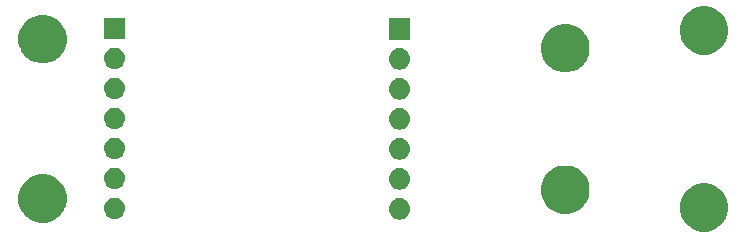
<source format=gbr>
G04 #@! TF.GenerationSoftware,KiCad,Pcbnew,(5.1.2)-2*
G04 #@! TF.CreationDate,2019-07-31T11:15:24+03:00*
G04 #@! TF.ProjectId,Sensor board,53656e73-6f72-4206-926f-6172642e6b69,rev?*
G04 #@! TF.SameCoordinates,Original*
G04 #@! TF.FileFunction,Soldermask,Bot*
G04 #@! TF.FilePolarity,Negative*
%FSLAX46Y46*%
G04 Gerber Fmt 4.6, Leading zero omitted, Abs format (unit mm)*
G04 Created by KiCad (PCBNEW (5.1.2)-2) date 2019-07-31 11:15:24*
%MOMM*%
%LPD*%
G04 APERTURE LIST*
%ADD10C,0.100000*%
G04 APERTURE END LIST*
D10*
G36*
X103848254Y-34027818D02*
G01*
X104221511Y-34182426D01*
X104221513Y-34182427D01*
X104368705Y-34280778D01*
X104557436Y-34406884D01*
X104843116Y-34692564D01*
X105067574Y-35028489D01*
X105222182Y-35401746D01*
X105301000Y-35797993D01*
X105301000Y-36202007D01*
X105222182Y-36598254D01*
X105095355Y-36904442D01*
X105067573Y-36971513D01*
X104843116Y-37307436D01*
X104557436Y-37593116D01*
X104221513Y-37817573D01*
X104221512Y-37817574D01*
X104221511Y-37817574D01*
X103848254Y-37972182D01*
X103452007Y-38051000D01*
X103047993Y-38051000D01*
X102651746Y-37972182D01*
X102278489Y-37817574D01*
X102278488Y-37817574D01*
X102278487Y-37817573D01*
X101942564Y-37593116D01*
X101656884Y-37307436D01*
X101432427Y-36971513D01*
X101404645Y-36904442D01*
X101277818Y-36598254D01*
X101199000Y-36202007D01*
X101199000Y-35797993D01*
X101277818Y-35401746D01*
X101432426Y-35028489D01*
X101656884Y-34692564D01*
X101942564Y-34406884D01*
X102131295Y-34280778D01*
X102278487Y-34182427D01*
X102278489Y-34182426D01*
X102651746Y-34027818D01*
X103047993Y-33949000D01*
X103452007Y-33949000D01*
X103848254Y-34027818D01*
X103848254Y-34027818D01*
G37*
G36*
X47848254Y-33277818D02*
G01*
X48221511Y-33432426D01*
X48221513Y-33432427D01*
X48557436Y-33656884D01*
X48843116Y-33942564D01*
X49025277Y-34215186D01*
X49067574Y-34278489D01*
X49222182Y-34651746D01*
X49301000Y-35047993D01*
X49301000Y-35452007D01*
X49222182Y-35848254D01*
X49184853Y-35938374D01*
X49067573Y-36221513D01*
X48843116Y-36557436D01*
X48557436Y-36843116D01*
X48221513Y-37067573D01*
X48221512Y-37067574D01*
X48221511Y-37067574D01*
X47848254Y-37222182D01*
X47452007Y-37301000D01*
X47047993Y-37301000D01*
X46651746Y-37222182D01*
X46278489Y-37067574D01*
X46278488Y-37067574D01*
X46278487Y-37067573D01*
X45942564Y-36843116D01*
X45656884Y-36557436D01*
X45432427Y-36221513D01*
X45315147Y-35938374D01*
X45277818Y-35848254D01*
X45199000Y-35452007D01*
X45199000Y-35047993D01*
X45277818Y-34651746D01*
X45432426Y-34278489D01*
X45474724Y-34215186D01*
X45656884Y-33942564D01*
X45942564Y-33656884D01*
X46278487Y-33432427D01*
X46278489Y-33432426D01*
X46651746Y-33277818D01*
X47047993Y-33199000D01*
X47452007Y-33199000D01*
X47848254Y-33277818D01*
X47848254Y-33277818D01*
G37*
G36*
X77580442Y-35220519D02*
G01*
X77646627Y-35227038D01*
X77816466Y-35278558D01*
X77972991Y-35362223D01*
X78008729Y-35391553D01*
X78110186Y-35474815D01*
X78184205Y-35565009D01*
X78222778Y-35612010D01*
X78306443Y-35768535D01*
X78357963Y-35938374D01*
X78375359Y-36115001D01*
X78357963Y-36291628D01*
X78306443Y-36461467D01*
X78222778Y-36617992D01*
X78193448Y-36653730D01*
X78110186Y-36755187D01*
X78008729Y-36838449D01*
X77972991Y-36867779D01*
X77816466Y-36951444D01*
X77646627Y-37002964D01*
X77580443Y-37009482D01*
X77514260Y-37016001D01*
X77425740Y-37016001D01*
X77359557Y-37009482D01*
X77293373Y-37002964D01*
X77123534Y-36951444D01*
X76967009Y-36867779D01*
X76931271Y-36838449D01*
X76829814Y-36755187D01*
X76746552Y-36653730D01*
X76717222Y-36617992D01*
X76633557Y-36461467D01*
X76582037Y-36291628D01*
X76564641Y-36115001D01*
X76582037Y-35938374D01*
X76633557Y-35768535D01*
X76717222Y-35612010D01*
X76755795Y-35565009D01*
X76829814Y-35474815D01*
X76931271Y-35391553D01*
X76967009Y-35362223D01*
X77123534Y-35278558D01*
X77293373Y-35227038D01*
X77359558Y-35220519D01*
X77425740Y-35214001D01*
X77514260Y-35214001D01*
X77580442Y-35220519D01*
X77580442Y-35220519D01*
G37*
G36*
X53450442Y-35173518D02*
G01*
X53516627Y-35180037D01*
X53686466Y-35231557D01*
X53842991Y-35315222D01*
X53878729Y-35344552D01*
X53980186Y-35427814D01*
X54063448Y-35529271D01*
X54092778Y-35565009D01*
X54176443Y-35721534D01*
X54227963Y-35891373D01*
X54245359Y-36068000D01*
X54227963Y-36244627D01*
X54176443Y-36414466D01*
X54092778Y-36570991D01*
X54070404Y-36598254D01*
X53980186Y-36708186D01*
X53878729Y-36791448D01*
X53842991Y-36820778D01*
X53686466Y-36904443D01*
X53516627Y-36955963D01*
X53450442Y-36962482D01*
X53384260Y-36969000D01*
X53295740Y-36969000D01*
X53229558Y-36962482D01*
X53163373Y-36955963D01*
X52993534Y-36904443D01*
X52837009Y-36820778D01*
X52801271Y-36791448D01*
X52699814Y-36708186D01*
X52609596Y-36598254D01*
X52587222Y-36570991D01*
X52503557Y-36414466D01*
X52452037Y-36244627D01*
X52434641Y-36068000D01*
X52452037Y-35891373D01*
X52503557Y-35721534D01*
X52587222Y-35565009D01*
X52616552Y-35529271D01*
X52699814Y-35427814D01*
X52801271Y-35344552D01*
X52837009Y-35315222D01*
X52993534Y-35231557D01*
X53163373Y-35180037D01*
X53229558Y-35173518D01*
X53295740Y-35167000D01*
X53384260Y-35167000D01*
X53450442Y-35173518D01*
X53450442Y-35173518D01*
G37*
G36*
X92098254Y-32527818D02*
G01*
X92451171Y-32674001D01*
X92471513Y-32682427D01*
X92807436Y-32906884D01*
X93093116Y-33192564D01*
X93317248Y-33528000D01*
X93317574Y-33528489D01*
X93472182Y-33901746D01*
X93551000Y-34297993D01*
X93551000Y-34702007D01*
X93472182Y-35098254D01*
X93335674Y-35427814D01*
X93317573Y-35471513D01*
X93093116Y-35807436D01*
X92807436Y-36093116D01*
X92471513Y-36317573D01*
X92471512Y-36317574D01*
X92471511Y-36317574D01*
X92098254Y-36472182D01*
X91702007Y-36551000D01*
X91297993Y-36551000D01*
X90901746Y-36472182D01*
X90528489Y-36317574D01*
X90528488Y-36317574D01*
X90528487Y-36317573D01*
X90192564Y-36093116D01*
X89906884Y-35807436D01*
X89682427Y-35471513D01*
X89664326Y-35427814D01*
X89527818Y-35098254D01*
X89449000Y-34702007D01*
X89449000Y-34297993D01*
X89527818Y-33901746D01*
X89682426Y-33528489D01*
X89682753Y-33528000D01*
X89906884Y-33192564D01*
X90192564Y-32906884D01*
X90528487Y-32682427D01*
X90548829Y-32674001D01*
X90901746Y-32527818D01*
X91297993Y-32449000D01*
X91702007Y-32449000D01*
X92098254Y-32527818D01*
X92098254Y-32527818D01*
G37*
G36*
X77580443Y-32680520D02*
G01*
X77646627Y-32687038D01*
X77816466Y-32738558D01*
X77972991Y-32822223D01*
X78008729Y-32851553D01*
X78110186Y-32934815D01*
X78184205Y-33025009D01*
X78222778Y-33072010D01*
X78306443Y-33228535D01*
X78357963Y-33398374D01*
X78375359Y-33575001D01*
X78357963Y-33751628D01*
X78306443Y-33921467D01*
X78222778Y-34077992D01*
X78193448Y-34113730D01*
X78110186Y-34215187D01*
X78009285Y-34297993D01*
X77972991Y-34327779D01*
X77816466Y-34411444D01*
X77646627Y-34462964D01*
X77580442Y-34469483D01*
X77514260Y-34476001D01*
X77425740Y-34476001D01*
X77359558Y-34469483D01*
X77293373Y-34462964D01*
X77123534Y-34411444D01*
X76967009Y-34327779D01*
X76930715Y-34297993D01*
X76829814Y-34215187D01*
X76746552Y-34113730D01*
X76717222Y-34077992D01*
X76633557Y-33921467D01*
X76582037Y-33751628D01*
X76564641Y-33575001D01*
X76582037Y-33398374D01*
X76633557Y-33228535D01*
X76717222Y-33072010D01*
X76755795Y-33025009D01*
X76829814Y-32934815D01*
X76931271Y-32851553D01*
X76967009Y-32822223D01*
X77123534Y-32738558D01*
X77293373Y-32687038D01*
X77359557Y-32680520D01*
X77425740Y-32674001D01*
X77514260Y-32674001D01*
X77580443Y-32680520D01*
X77580443Y-32680520D01*
G37*
G36*
X53450442Y-32633518D02*
G01*
X53516627Y-32640037D01*
X53686466Y-32691557D01*
X53842991Y-32775222D01*
X53878729Y-32804552D01*
X53980186Y-32887814D01*
X54063448Y-32989271D01*
X54092778Y-33025009D01*
X54176443Y-33181534D01*
X54227963Y-33351373D01*
X54245359Y-33528000D01*
X54227963Y-33704627D01*
X54176443Y-33874466D01*
X54092778Y-34030991D01*
X54063448Y-34066729D01*
X53980186Y-34168186D01*
X53878729Y-34251448D01*
X53842991Y-34280778D01*
X53686466Y-34364443D01*
X53516627Y-34415963D01*
X53450443Y-34422481D01*
X53384260Y-34429000D01*
X53295740Y-34429000D01*
X53229557Y-34422481D01*
X53163373Y-34415963D01*
X52993534Y-34364443D01*
X52837009Y-34280778D01*
X52801271Y-34251448D01*
X52699814Y-34168186D01*
X52616552Y-34066729D01*
X52587222Y-34030991D01*
X52503557Y-33874466D01*
X52452037Y-33704627D01*
X52434641Y-33528000D01*
X52452037Y-33351373D01*
X52503557Y-33181534D01*
X52587222Y-33025009D01*
X52616552Y-32989271D01*
X52699814Y-32887814D01*
X52801271Y-32804552D01*
X52837009Y-32775222D01*
X52993534Y-32691557D01*
X53163373Y-32640037D01*
X53229558Y-32633518D01*
X53295740Y-32627000D01*
X53384260Y-32627000D01*
X53450442Y-32633518D01*
X53450442Y-32633518D01*
G37*
G36*
X77580443Y-30140520D02*
G01*
X77646627Y-30147038D01*
X77816466Y-30198558D01*
X77972991Y-30282223D01*
X78008729Y-30311553D01*
X78110186Y-30394815D01*
X78184205Y-30485009D01*
X78222778Y-30532010D01*
X78306443Y-30688535D01*
X78357963Y-30858374D01*
X78375359Y-31035001D01*
X78357963Y-31211628D01*
X78306443Y-31381467D01*
X78222778Y-31537992D01*
X78193448Y-31573730D01*
X78110186Y-31675187D01*
X78008729Y-31758449D01*
X77972991Y-31787779D01*
X77816466Y-31871444D01*
X77646627Y-31922964D01*
X77580443Y-31929482D01*
X77514260Y-31936001D01*
X77425740Y-31936001D01*
X77359557Y-31929482D01*
X77293373Y-31922964D01*
X77123534Y-31871444D01*
X76967009Y-31787779D01*
X76931271Y-31758449D01*
X76829814Y-31675187D01*
X76746552Y-31573730D01*
X76717222Y-31537992D01*
X76633557Y-31381467D01*
X76582037Y-31211628D01*
X76564641Y-31035001D01*
X76582037Y-30858374D01*
X76633557Y-30688535D01*
X76717222Y-30532010D01*
X76755795Y-30485009D01*
X76829814Y-30394815D01*
X76931271Y-30311553D01*
X76967009Y-30282223D01*
X77123534Y-30198558D01*
X77293373Y-30147038D01*
X77359557Y-30140520D01*
X77425740Y-30134001D01*
X77514260Y-30134001D01*
X77580443Y-30140520D01*
X77580443Y-30140520D01*
G37*
G36*
X53450442Y-30093518D02*
G01*
X53516627Y-30100037D01*
X53686466Y-30151557D01*
X53842991Y-30235222D01*
X53878729Y-30264552D01*
X53980186Y-30347814D01*
X54063448Y-30449271D01*
X54092778Y-30485009D01*
X54176443Y-30641534D01*
X54227963Y-30811373D01*
X54245359Y-30988000D01*
X54227963Y-31164627D01*
X54176443Y-31334466D01*
X54092778Y-31490991D01*
X54063448Y-31526729D01*
X53980186Y-31628186D01*
X53878729Y-31711448D01*
X53842991Y-31740778D01*
X53686466Y-31824443D01*
X53516627Y-31875963D01*
X53450442Y-31882482D01*
X53384260Y-31889000D01*
X53295740Y-31889000D01*
X53229558Y-31882482D01*
X53163373Y-31875963D01*
X52993534Y-31824443D01*
X52837009Y-31740778D01*
X52801271Y-31711448D01*
X52699814Y-31628186D01*
X52616552Y-31526729D01*
X52587222Y-31490991D01*
X52503557Y-31334466D01*
X52452037Y-31164627D01*
X52434641Y-30988000D01*
X52452037Y-30811373D01*
X52503557Y-30641534D01*
X52587222Y-30485009D01*
X52616552Y-30449271D01*
X52699814Y-30347814D01*
X52801271Y-30264552D01*
X52837009Y-30235222D01*
X52993534Y-30151557D01*
X53163373Y-30100037D01*
X53229558Y-30093518D01*
X53295740Y-30087000D01*
X53384260Y-30087000D01*
X53450442Y-30093518D01*
X53450442Y-30093518D01*
G37*
G36*
X77580443Y-27600520D02*
G01*
X77646627Y-27607038D01*
X77816466Y-27658558D01*
X77972991Y-27742223D01*
X78008729Y-27771553D01*
X78110186Y-27854815D01*
X78184205Y-27945009D01*
X78222778Y-27992010D01*
X78306443Y-28148535D01*
X78357963Y-28318374D01*
X78375359Y-28495001D01*
X78357963Y-28671628D01*
X78306443Y-28841467D01*
X78222778Y-28997992D01*
X78193448Y-29033730D01*
X78110186Y-29135187D01*
X78008729Y-29218449D01*
X77972991Y-29247779D01*
X77816466Y-29331444D01*
X77646627Y-29382964D01*
X77580442Y-29389483D01*
X77514260Y-29396001D01*
X77425740Y-29396001D01*
X77359558Y-29389483D01*
X77293373Y-29382964D01*
X77123534Y-29331444D01*
X76967009Y-29247779D01*
X76931271Y-29218449D01*
X76829814Y-29135187D01*
X76746552Y-29033730D01*
X76717222Y-28997992D01*
X76633557Y-28841467D01*
X76582037Y-28671628D01*
X76564641Y-28495001D01*
X76582037Y-28318374D01*
X76633557Y-28148535D01*
X76717222Y-27992010D01*
X76755795Y-27945009D01*
X76829814Y-27854815D01*
X76931271Y-27771553D01*
X76967009Y-27742223D01*
X77123534Y-27658558D01*
X77293373Y-27607038D01*
X77359557Y-27600520D01*
X77425740Y-27594001D01*
X77514260Y-27594001D01*
X77580443Y-27600520D01*
X77580443Y-27600520D01*
G37*
G36*
X53450442Y-27553518D02*
G01*
X53516627Y-27560037D01*
X53686466Y-27611557D01*
X53842991Y-27695222D01*
X53878729Y-27724552D01*
X53980186Y-27807814D01*
X54063448Y-27909271D01*
X54092778Y-27945009D01*
X54176443Y-28101534D01*
X54227963Y-28271373D01*
X54245359Y-28448000D01*
X54227963Y-28624627D01*
X54176443Y-28794466D01*
X54092778Y-28950991D01*
X54063448Y-28986729D01*
X53980186Y-29088186D01*
X53878729Y-29171448D01*
X53842991Y-29200778D01*
X53686466Y-29284443D01*
X53516627Y-29335963D01*
X53450443Y-29342481D01*
X53384260Y-29349000D01*
X53295740Y-29349000D01*
X53229557Y-29342481D01*
X53163373Y-29335963D01*
X52993534Y-29284443D01*
X52837009Y-29200778D01*
X52801271Y-29171448D01*
X52699814Y-29088186D01*
X52616552Y-28986729D01*
X52587222Y-28950991D01*
X52503557Y-28794466D01*
X52452037Y-28624627D01*
X52434641Y-28448000D01*
X52452037Y-28271373D01*
X52503557Y-28101534D01*
X52587222Y-27945009D01*
X52616552Y-27909271D01*
X52699814Y-27807814D01*
X52801271Y-27724552D01*
X52837009Y-27695222D01*
X52993534Y-27611557D01*
X53163373Y-27560037D01*
X53229558Y-27553518D01*
X53295740Y-27547000D01*
X53384260Y-27547000D01*
X53450442Y-27553518D01*
X53450442Y-27553518D01*
G37*
G36*
X77580443Y-25060520D02*
G01*
X77646627Y-25067038D01*
X77816466Y-25118558D01*
X77972991Y-25202223D01*
X78008729Y-25231553D01*
X78110186Y-25314815D01*
X78184205Y-25405009D01*
X78222778Y-25452010D01*
X78306443Y-25608535D01*
X78357963Y-25778374D01*
X78375359Y-25955001D01*
X78357963Y-26131628D01*
X78306443Y-26301467D01*
X78222778Y-26457992D01*
X78193448Y-26493730D01*
X78110186Y-26595187D01*
X78008729Y-26678449D01*
X77972991Y-26707779D01*
X77816466Y-26791444D01*
X77646627Y-26842964D01*
X77580443Y-26849482D01*
X77514260Y-26856001D01*
X77425740Y-26856001D01*
X77359557Y-26849482D01*
X77293373Y-26842964D01*
X77123534Y-26791444D01*
X76967009Y-26707779D01*
X76931271Y-26678449D01*
X76829814Y-26595187D01*
X76746552Y-26493730D01*
X76717222Y-26457992D01*
X76633557Y-26301467D01*
X76582037Y-26131628D01*
X76564641Y-25955001D01*
X76582037Y-25778374D01*
X76633557Y-25608535D01*
X76717222Y-25452010D01*
X76755795Y-25405009D01*
X76829814Y-25314815D01*
X76931271Y-25231553D01*
X76967009Y-25202223D01*
X77123534Y-25118558D01*
X77293373Y-25067038D01*
X77359557Y-25060520D01*
X77425740Y-25054001D01*
X77514260Y-25054001D01*
X77580443Y-25060520D01*
X77580443Y-25060520D01*
G37*
G36*
X53450443Y-25013519D02*
G01*
X53516627Y-25020037D01*
X53686466Y-25071557D01*
X53842991Y-25155222D01*
X53878729Y-25184552D01*
X53980186Y-25267814D01*
X54063448Y-25369271D01*
X54092778Y-25405009D01*
X54176443Y-25561534D01*
X54227963Y-25731373D01*
X54245359Y-25908000D01*
X54227963Y-26084627D01*
X54176443Y-26254466D01*
X54092778Y-26410991D01*
X54063448Y-26446729D01*
X53980186Y-26548186D01*
X53878729Y-26631448D01*
X53842991Y-26660778D01*
X53686466Y-26744443D01*
X53516627Y-26795963D01*
X53450442Y-26802482D01*
X53384260Y-26809000D01*
X53295740Y-26809000D01*
X53229558Y-26802482D01*
X53163373Y-26795963D01*
X52993534Y-26744443D01*
X52837009Y-26660778D01*
X52801271Y-26631448D01*
X52699814Y-26548186D01*
X52616552Y-26446729D01*
X52587222Y-26410991D01*
X52503557Y-26254466D01*
X52452037Y-26084627D01*
X52434641Y-25908000D01*
X52452037Y-25731373D01*
X52503557Y-25561534D01*
X52587222Y-25405009D01*
X52616552Y-25369271D01*
X52699814Y-25267814D01*
X52801271Y-25184552D01*
X52837009Y-25155222D01*
X52993534Y-25071557D01*
X53163373Y-25020037D01*
X53229557Y-25013519D01*
X53295740Y-25007000D01*
X53384260Y-25007000D01*
X53450443Y-25013519D01*
X53450443Y-25013519D01*
G37*
G36*
X92098254Y-20527818D02*
G01*
X92471511Y-20682426D01*
X92471513Y-20682427D01*
X92644469Y-20797993D01*
X92807436Y-20906884D01*
X93093116Y-21192564D01*
X93317574Y-21528489D01*
X93472182Y-21901746D01*
X93551000Y-22297993D01*
X93551000Y-22702007D01*
X93472182Y-23098254D01*
X93340981Y-23415001D01*
X93317573Y-23471513D01*
X93093116Y-23807436D01*
X92807436Y-24093116D01*
X92471513Y-24317573D01*
X92471512Y-24317574D01*
X92471511Y-24317574D01*
X92098254Y-24472182D01*
X91702007Y-24551000D01*
X91297993Y-24551000D01*
X90901746Y-24472182D01*
X90528489Y-24317574D01*
X90528488Y-24317574D01*
X90528487Y-24317573D01*
X90192564Y-24093116D01*
X89906884Y-23807436D01*
X89682427Y-23471513D01*
X89659019Y-23415001D01*
X89527818Y-23098254D01*
X89449000Y-22702007D01*
X89449000Y-22297993D01*
X89527818Y-21901746D01*
X89682426Y-21528489D01*
X89906884Y-21192564D01*
X90192564Y-20906884D01*
X90355531Y-20797993D01*
X90528487Y-20682427D01*
X90528489Y-20682426D01*
X90901746Y-20527818D01*
X91297993Y-20449000D01*
X91702007Y-20449000D01*
X92098254Y-20527818D01*
X92098254Y-20527818D01*
G37*
G36*
X77580443Y-22520520D02*
G01*
X77646627Y-22527038D01*
X77816466Y-22578558D01*
X77972991Y-22662223D01*
X78008729Y-22691553D01*
X78110186Y-22774815D01*
X78184205Y-22865009D01*
X78222778Y-22912010D01*
X78306443Y-23068535D01*
X78357963Y-23238374D01*
X78375359Y-23415001D01*
X78357963Y-23591628D01*
X78306443Y-23761467D01*
X78222778Y-23917992D01*
X78193448Y-23953730D01*
X78110186Y-24055187D01*
X78008729Y-24138449D01*
X77972991Y-24167779D01*
X77816466Y-24251444D01*
X77646627Y-24302964D01*
X77580443Y-24309482D01*
X77514260Y-24316001D01*
X77425740Y-24316001D01*
X77359558Y-24309483D01*
X77293373Y-24302964D01*
X77123534Y-24251444D01*
X76967009Y-24167779D01*
X76931271Y-24138449D01*
X76829814Y-24055187D01*
X76746552Y-23953730D01*
X76717222Y-23917992D01*
X76633557Y-23761467D01*
X76582037Y-23591628D01*
X76564641Y-23415001D01*
X76582037Y-23238374D01*
X76633557Y-23068535D01*
X76717222Y-22912010D01*
X76755795Y-22865009D01*
X76829814Y-22774815D01*
X76931271Y-22691553D01*
X76967009Y-22662223D01*
X77123534Y-22578558D01*
X77293373Y-22527038D01*
X77359557Y-22520520D01*
X77425740Y-22514001D01*
X77514260Y-22514001D01*
X77580443Y-22520520D01*
X77580443Y-22520520D01*
G37*
G36*
X53450443Y-22473519D02*
G01*
X53516627Y-22480037D01*
X53686466Y-22531557D01*
X53842991Y-22615222D01*
X53878729Y-22644552D01*
X53980186Y-22727814D01*
X54053848Y-22817573D01*
X54092778Y-22865009D01*
X54176443Y-23021534D01*
X54227963Y-23191373D01*
X54245359Y-23368000D01*
X54227963Y-23544627D01*
X54176443Y-23714466D01*
X54092778Y-23870991D01*
X54063448Y-23906729D01*
X53980186Y-24008186D01*
X53878729Y-24091448D01*
X53842991Y-24120778D01*
X53686466Y-24204443D01*
X53516627Y-24255963D01*
X53450443Y-24262481D01*
X53384260Y-24269000D01*
X53295740Y-24269000D01*
X53229557Y-24262481D01*
X53163373Y-24255963D01*
X52993534Y-24204443D01*
X52837009Y-24120778D01*
X52801271Y-24091448D01*
X52699814Y-24008186D01*
X52616552Y-23906729D01*
X52587222Y-23870991D01*
X52503557Y-23714466D01*
X52452037Y-23544627D01*
X52434641Y-23368000D01*
X52452037Y-23191373D01*
X52503557Y-23021534D01*
X52587222Y-22865009D01*
X52626152Y-22817573D01*
X52699814Y-22727814D01*
X52801271Y-22644552D01*
X52837009Y-22615222D01*
X52993534Y-22531557D01*
X53163373Y-22480037D01*
X53229558Y-22473518D01*
X53295740Y-22467000D01*
X53384260Y-22467000D01*
X53450443Y-22473519D01*
X53450443Y-22473519D01*
G37*
G36*
X47848254Y-19777818D02*
G01*
X48208411Y-19927000D01*
X48221513Y-19932427D01*
X48557436Y-20156884D01*
X48843116Y-20442564D01*
X49003388Y-20682427D01*
X49067574Y-20778489D01*
X49222182Y-21151746D01*
X49301000Y-21547993D01*
X49301000Y-21952007D01*
X49222182Y-22348254D01*
X49111600Y-22615222D01*
X49067573Y-22721513D01*
X48843116Y-23057436D01*
X48557436Y-23343116D01*
X48221513Y-23567573D01*
X48221512Y-23567574D01*
X48221511Y-23567574D01*
X47848254Y-23722182D01*
X47452007Y-23801000D01*
X47047993Y-23801000D01*
X46651746Y-23722182D01*
X46278489Y-23567574D01*
X46278488Y-23567574D01*
X46278487Y-23567573D01*
X45942564Y-23343116D01*
X45656884Y-23057436D01*
X45432427Y-22721513D01*
X45388400Y-22615222D01*
X45277818Y-22348254D01*
X45199000Y-21952007D01*
X45199000Y-21547993D01*
X45277818Y-21151746D01*
X45432426Y-20778489D01*
X45496613Y-20682427D01*
X45656884Y-20442564D01*
X45942564Y-20156884D01*
X46278487Y-19932427D01*
X46291589Y-19927000D01*
X46651746Y-19777818D01*
X47047993Y-19699000D01*
X47452007Y-19699000D01*
X47848254Y-19777818D01*
X47848254Y-19777818D01*
G37*
G36*
X103848254Y-19027818D02*
G01*
X104221511Y-19182426D01*
X104221513Y-19182427D01*
X104557436Y-19406884D01*
X104843116Y-19692564D01*
X105031167Y-19974001D01*
X105067574Y-20028489D01*
X105222182Y-20401746D01*
X105301000Y-20797993D01*
X105301000Y-21202007D01*
X105222182Y-21598254D01*
X105075653Y-21952006D01*
X105067573Y-21971513D01*
X104843116Y-22307436D01*
X104557436Y-22593116D01*
X104221513Y-22817573D01*
X104221512Y-22817574D01*
X104221511Y-22817574D01*
X103848254Y-22972182D01*
X103452007Y-23051000D01*
X103047993Y-23051000D01*
X102651746Y-22972182D01*
X102278489Y-22817574D01*
X102278488Y-22817574D01*
X102278487Y-22817573D01*
X101942564Y-22593116D01*
X101656884Y-22307436D01*
X101432427Y-21971513D01*
X101424347Y-21952006D01*
X101277818Y-21598254D01*
X101199000Y-21202007D01*
X101199000Y-20797993D01*
X101277818Y-20401746D01*
X101432426Y-20028489D01*
X101468834Y-19974001D01*
X101656884Y-19692564D01*
X101942564Y-19406884D01*
X102278487Y-19182427D01*
X102278489Y-19182426D01*
X102651746Y-19027818D01*
X103047993Y-18949000D01*
X103452007Y-18949000D01*
X103848254Y-19027818D01*
X103848254Y-19027818D01*
G37*
G36*
X78371000Y-21776001D02*
G01*
X76569000Y-21776001D01*
X76569000Y-19974001D01*
X78371000Y-19974001D01*
X78371000Y-21776001D01*
X78371000Y-21776001D01*
G37*
G36*
X54241000Y-21729000D02*
G01*
X52439000Y-21729000D01*
X52439000Y-19927000D01*
X54241000Y-19927000D01*
X54241000Y-21729000D01*
X54241000Y-21729000D01*
G37*
M02*

</source>
